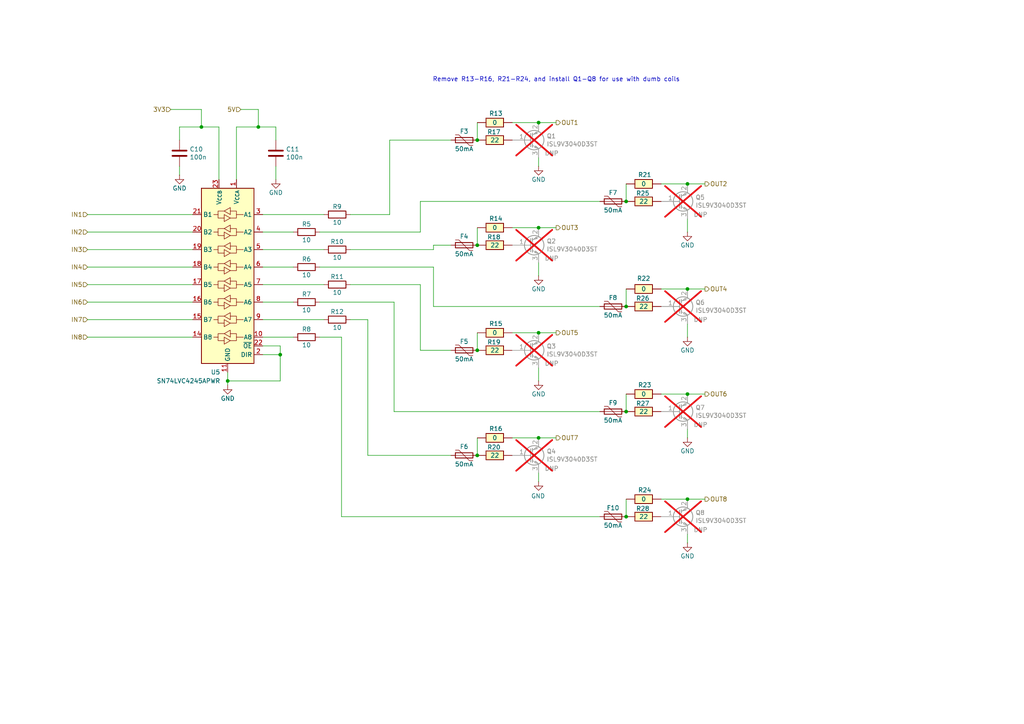
<source format=kicad_sch>
(kicad_sch (version 20250114) (generator "eeschema") (generator_version "9.0")
  (paper "A4")
  (title_block (title "UAEFI") (date "2025-04-30") (rev "E") (company "rusEFI.com"))
  (lib_symbols
    (symbol "Components:SN74LVC4245APWR"
      (property "Reference" "U" (at -6.35 27.94 0))
      (property "Value" "SN74LVC4245APWR" (at 3.81 27.94 0))
      (symbol "SN74LVC4245APWR_0_1"
        (rectangle (start -7.62 25.4) (end 7.62 -25.4) (stroke (width 0.254)) (fill (type background)))
        (polyline (pts (xy -2.54 17.78) (xy -2.54 18.796) (xy -0.762 18.796)))
        (polyline (pts (xy -2.54 7.62) (xy -2.54 8.636) (xy -0.762 8.636)))
        (polyline (pts (xy -2.54 -2.54) (xy -2.54 -1.524) (xy -0.762 -1.524)))
        (polyline (pts (xy -2.54 -12.7) (xy -2.54 -11.684) (xy -0.762 -11.684)))
        (polyline (pts (xy -0.762 17.78) (xy -0.762 19.812) (xy 1.016 18.796) (xy -0.762 17.78)))
        (polyline (pts (xy -0.762 16.764) (xy -2.54 16.764) (xy -2.54 17.78) (xy -4.572 17.78)))
        (polyline (pts (xy -0.762 7.62) (xy -0.762 9.652) (xy 1.016 8.636) (xy -0.762 7.62)))
        (polyline (pts (xy -0.762 6.604) (xy -2.54 6.604) (xy -2.54 7.62) (xy -4.572 7.62)))
        (polyline (pts (xy -0.762 -2.54) (xy -0.762 -0.508) (xy 1.016 -1.524) (xy -0.762 -2.54)))
        (polyline (pts (xy -0.762 -3.556) (xy -2.54 -3.556) (xy -2.54 -2.54) (xy -4.572 -2.54)))
        (polyline (pts (xy -0.762 -12.7) (xy -0.762 -10.668) (xy 1.016 -11.684) (xy -0.762 -12.7)))
        (polyline (pts (xy -0.762 -13.716) (xy -2.54 -13.716) (xy -2.54 -12.7) (xy -4.572 -12.7)))
        (polyline (pts (xy 1.016 18.796) (xy 2.794 18.796) (xy 2.794 17.78) (xy 4.064 17.78)))
        (polyline (pts (xy 1.016 17.78) (xy 1.016 16.002) (xy 1.016 15.748) (xy -0.762 16.764) (xy 1.016 17.78)))
        (polyline (pts (xy 1.016 8.636) (xy 2.794 8.636) (xy 2.794 7.62) (xy 4.064 7.62)))
        (polyline (pts (xy 1.016 7.62) (xy 1.016 5.842) (xy 1.016 5.588) (xy -0.762 6.604) (xy 1.016 7.62)))
        (polyline (pts (xy 1.016 2.54) (xy 1.016 0.762) (xy 1.016 0.508) (xy -0.762 1.524) (xy 1.016 2.54)))
        (polyline (pts (xy 1.016 -1.524) (xy 2.794 -1.524) (xy 2.794 -2.54) (xy 4.064 -2.54)))
        (polyline (pts (xy 1.016 -2.54) (xy 1.016 -4.318) (xy 1.016 -4.572) (xy -0.762 -3.556) (xy 1.016 -2.54)))
        (polyline (pts (xy 1.016 -11.684) (xy 2.794 -11.684) (xy 2.794 -12.7) (xy 4.064 -12.7)))
        (polyline (pts (xy 1.016 -12.7) (xy 1.016 -14.478) (xy 1.016 -14.732) (xy -0.762 -13.716) (xy 1.016 -12.7)))
        (polyline (pts (xy 1.016 -17.78) (xy 1.016 -19.558) (xy 1.016 -19.812) (xy -0.762 -18.796) (xy 1.016 -17.78)))
        (polyline (pts (xy 2.794 17.78) (xy 2.794 16.764) (xy 1.016 16.764)))
        (polyline (pts (xy 2.794 7.62) (xy 2.794 6.604) (xy 1.016 6.604)))
        (polyline (pts (xy 2.794 -2.54) (xy 2.794 -3.556) (xy 1.016 -3.556)))
        (polyline (pts (xy 2.794 -12.7) (xy 2.794 -13.716) (xy 1.016 -13.716)))
      )
      (symbol "SN74LVC4245APWR_1_1"
        (polyline (pts (xy -2.54 12.7) (xy -2.54 13.716) (xy -0.762 13.716)))
        (polyline (pts (xy -2.54 2.54) (xy -2.54 3.556) (xy -0.762 3.556)))
        (polyline (pts (xy -2.54 -7.62) (xy -2.54 -6.604) (xy -0.762 -6.604)))
        (polyline (pts (xy -2.54 -17.78) (xy -2.54 -16.764) (xy -0.762 -16.764)))
        (polyline (pts (xy -0.762 12.7) (xy -0.762 14.732) (xy 1.016 13.716) (xy -0.762 12.7)))
        (polyline (pts (xy -0.762 11.684) (xy -2.54 11.684) (xy -2.54 12.7) (xy -4.572 12.7)))
        (polyline (pts (xy -0.762 2.54) (xy -0.762 4.572) (xy 1.016 3.556) (xy -0.762 2.54)))
        (polyline (pts (xy -0.762 1.524) (xy -2.54 1.524) (xy -2.54 2.54) (xy -4.572 2.54)))
        (polyline (pts (xy -0.762 -7.62) (xy -0.762 -5.588) (xy 1.016 -6.604) (xy -0.762 -7.62)))
        (polyline (pts (xy -0.762 -8.636) (xy -2.54 -8.636) (xy -2.54 -7.62) (xy -4.572 -7.62)))
        (polyline (pts (xy -0.762 -17.78) (xy -0.762 -15.748) (xy 1.016 -16.764) (xy -0.762 -17.78)))
        (polyline (pts (xy -0.762 -18.796) (xy -2.54 -18.796) (xy -2.54 -17.78) (xy -4.572 -17.78)))
        (polyline (pts (xy 1.016 13.716) (xy 2.794 13.716) (xy 2.794 12.7) (xy 4.064 12.7)))
        (polyline (pts (xy 1.016 12.7) (xy 1.016 10.922) (xy 1.016 10.668) (xy -0.762 11.684) (xy 1.016 12.7)))
        (polyline (pts (xy 1.016 3.556) (xy 2.794 3.556) (xy 2.794 2.54) (xy 4.064 2.54)))
        (polyline (pts (xy 1.016 -6.604) (xy 2.794 -6.604) (xy 2.794 -7.62) (xy 4.064 -7.62)))
        (polyline (pts (xy 1.016 -7.62) (xy 1.016 -9.398) (xy 1.016 -9.652) (xy -0.762 -8.636) (xy 1.016 -7.62)))
        (polyline (pts (xy 1.016 -16.764) (xy 2.794 -16.764) (xy 2.794 -17.78) (xy 4.064 -17.78)))
        (polyline (pts (xy 2.794 12.7) (xy 2.794 11.684) (xy 1.016 11.684)))
        (polyline (pts (xy 2.794 2.54) (xy 2.794 1.524) (xy 1.016 1.524)))
        (polyline (pts (xy 2.794 -7.62) (xy 2.794 -8.636) (xy 1.016 -8.636)))
        (polyline (pts (xy 2.794 -17.78) (xy 2.794 -18.796) (xy 1.016 -18.796)))
        (pin bidirectional line (at -10.16 17.78 0) (length 2.54) (name "A1") (number "3"))
        (pin bidirectional line (at -10.16 12.7 0) (length 2.54) (name "A2") (number "4"))
        (pin bidirectional line (at -10.16 7.62 0) (length 2.54) (name "A3") (number "5"))
        (pin bidirectional line (at -10.16 2.54 0) (length 2.54) (name "A4") (number "6"))
        (pin bidirectional line (at -10.16 -2.54 0) (length 2.54) (name "A5") (number "7"))
        (pin bidirectional line (at -10.16 -7.62 0) (length 2.54) (name "A6") (number "8"))
        (pin bidirectional line (at -10.16 -12.7 0) (length 2.54) (name "A7") (number "9"))
        (pin bidirectional line (at -10.16 -17.78 0) (length 2.54) (name "A8") (number "10"))
        (pin input line (at -10.16 -20.32 0) (length 2.54) (name "~{OE}") (number "22"))
        (pin input line (at -10.16 -22.86 0) (length 2.54) (name "DIR") (number "2"))
        (pin power_in line (at -2.54 27.94 270) (length 2.54) (name "V_{CCA}") (number "1"))
        (pin power_in line (at 0 -27.94 90) (length 2.54) (name "GND") (number "11"))
        (pin passive line (at 0 -27.94 90) (length 2.54) (hide yes) (name "GND") (number "12"))
        (pin passive line (at 0 -27.94 90) (length 2.54) (hide yes) (name "GND") (number "13"))
        (pin power_in line (at 2.54 27.94 270) (length 2.54) (name "V_{CCB}") (number "23"))
        (pin passive line (at 2.54 27.94 270) (length 2.54) (hide yes) (name "V_{CCB}") (number "24"))
        (pin bidirectional line (at 10.16 17.78 180) (length 2.54) (name "B1") (number "21"))
        (pin bidirectional line (at 10.16 12.7 180) (length 2.54) (name "B2") (number "20"))
        (pin bidirectional line (at 10.16 7.62 180) (length 2.54) (name "B3") (number "19"))
        (pin bidirectional line (at 10.16 2.54 180) (length 2.54) (name "B4") (number "18"))
        (pin bidirectional line (at 10.16 -2.54 180) (length 2.54) (name "B5") (number "17"))
        (pin bidirectional line (at 10.16 -7.62 180) (length 2.54) (name "B6") (number "16"))
        (pin bidirectional line (at 10.16 -12.7 180) (length 2.54) (name "B7") (number "15"))
        (pin bidirectional line (at 10.16 -17.78 180) (length 2.54) (name "B8") (number "14"))
      )
    )
    (symbol "Device:C" (pin_numbers (hide yes)) (pin_names (offset 0.254))
      (property "Reference" "C" (at 0.635 2.54 0))
      (property "Value" "C" (at 0.635 -2.54 0))
      (symbol "C_0_1"
        (polyline (pts (xy -2.032 0.762) (xy 2.032 0.762)) (stroke (width 0.508)))
        (polyline (pts (xy -2.032 -0.762) (xy 2.032 -0.762)) (stroke (width 0.508)))
      )
      (symbol "C_1_1"
        (pin passive line (at 0 3.81 270) (length 2.794) (name "~") (number "1"))
        (pin passive line (at 0 -3.81 90) (length 2.794) (name "~") (number "2"))
      )
    )
    (symbol "Device:Polyfuse" (pin_numbers (hide yes)) (pin_names (offset 0))
      (property "Reference" "F" (at -2.54 0 90))
      (property "Value" "Polyfuse" (at 2.54 0 90))
      (symbol "Polyfuse_0_1"
        (polyline (pts (xy -1.524 2.54) (xy -1.524 1.524) (xy 1.524 -1.524) (xy 1.524 -2.54)))
        (rectangle (start -0.762 2.54) (end 0.762 -2.54) (stroke (width 0.254)))
        (polyline (pts (xy 0 2.54) (xy 0 -2.54)))
      )
      (symbol "Polyfuse_1_1"
        (pin passive line (at 0 3.81 270) (length 1.27) (name "~") (number "1"))
        (pin passive line (at 0 -3.81 90) (length 1.27) (name "~") (number "2"))
      )
    )
    (symbol "Device:Q_NIGBT_GCE" (pin_names (offset 0) (hide yes))
      (property "Reference" "Q" (at 5.08 1.27 0))
      (property "Value" "Q_NIGBT_GCE" (at 5.08 -1.27 0))
      (symbol "Q_NIGBT_GCE_0_1"
        (polyline (pts (xy 0.254 1.905) (xy 0.254 -1.905) (xy 0.254 -1.905)) (stroke (width 0.254)))
        (polyline (pts (xy 0.762 2.032) (xy 0.762 1.016)) (stroke (width 0.254)))
        (polyline (pts (xy 0.762 0.508) (xy 0.762 -0.508)) (stroke (width 0.254)))
        (polyline (pts (xy 0.762 -1.016) (xy 0.762 -2.032)) (stroke (width 0.254)))
        (circle (center 1.27 0) (radius 2.8194) (stroke (width 0.254)))
        (polyline (pts (xy 1.397 -2.159) (xy 1.651 -1.651) (xy 2.54 -2.413) (xy 1.397 -2.159)) (fill (type outline)))
        (polyline (pts (xy 2.159 1.905) (xy 1.905 2.413) (xy 1.016 1.651) (xy 2.159 1.905)) (fill (type outline)))
        (polyline (pts (xy 2.54 2.413) (xy 0.762 1.524)))
        (polyline (pts (xy 2.54 -0.889) (xy 0.762 0)))
        (polyline (pts (xy 2.54 -2.413) (xy 0.762 -1.524)))
      )
      (symbol "Q_NIGBT_GCE_1_1"
        (pin input line (at -5.08 0 0) (length 5.334) (name "G") (number "1"))
        (pin passive line (at 2.54 5.08 270) (length 2.54) (name "C") (number "2"))
        (pin passive line (at 2.54 -5.08 90) (length 2.54) (name "E") (number "3"))
      )
    )
    (symbol "Device:R" (pin_numbers (hide yes)) (pin_names (offset 0))
      (property "Reference" "R" (at 2.032 0 90))
      (property "Value" "R" (at 0 0 90))
      (symbol "R_0_1"
        (rectangle (start -1.016 -2.54) (end 1.016 2.54) (stroke (width 0.254)))
      )
      (symbol "R_1_1"
        (pin passive line (at 0 3.81 270) (length 1.27) (name "~") (number "1"))
        (pin passive line (at 0 -3.81 90) (length 1.27) (name "~") (number "2"))
      )
    )
    (symbol "hellen-one-common:Res" (pin_numbers (hide yes))
      (property "Reference" "R" (at 3.81 2.54 0))
      (property "Value" "Res" (at 5.08 -2.54 0))
      (symbol "Res_1_0"
        (rectangle (start 2.54 -1.27) (end 7.62 1.27) (stroke (width 0.254)) (fill (type background)))
        (pin passive line (at 0 0 0) (length 2.54) (name "") (number "1"))
        (pin passive line (at 10.16 0 180) (length 2.54) (name "") (number "2"))
      )
    )
    (symbol "power:GND" (power) (pin_numbers (hide yes)) (pin_names (offset 0) (hide yes))
      (property "Value" "GND" (at 0 -3.81 0))
      (symbol "GND_0_1"
        (polyline (pts (xy 0 0) (xy 0 -1.27) (xy 1.27 -1.27) (xy 0 -2.54) (xy -1.27 -1.27) (xy 0 -1.27)))
      )
      (symbol "GND_1_1"
        (pin power_in line (at 0 0 270) (length 0) (name "~") (number "1"))
      )
    )
  )
  (text "Remove R13-R16, R21-R24, and install Q1-Q8 for use with dumb coils" (at 125.476 23.876 0) (effects (font (size 1.27 1.27)) (justify left bottom)))
  (junction (at 199.39 83.82))
  (junction (at 156.21 66.04))
  (junction (at 199.39 144.78))
  (junction (at 58.42 36.83))
  (junction (at 181.61 149.86))
  (junction (at 156.21 127))
  (junction (at 138.43 71.12))
  (junction (at 181.61 119.38))
  (junction (at 74.93 36.83))
  (junction (at 138.43 101.6))
  (junction (at 181.61 88.9))
  (junction (at 199.39 114.3))
  (junction (at 199.39 53.34))
  (junction (at 138.43 40.64))
  (junction (at 66.04 110.49))
  (junction (at 81.28 102.87))
  (junction (at 138.43 132.08))
  (junction (at 181.61 58.42))
  (junction (at 156.21 35.56))
  (junction (at 156.21 96.52))
  (wire (pts (xy 199.39 93.98) (xy 199.39 97.79)))
  (wire (pts (xy 114.3 119.38) (xy 114.3 87.63)))
  (wire (pts (xy 156.21 137.16) (xy 156.21 139.7)))
  (wire (pts (xy 130.81 132.08) (xy 106.68 132.08)))
  (wire (pts (xy 74.93 36.83) (xy 80.01 36.83)))
  (wire (pts (xy 173.99 88.9) (xy 125.73 88.9)))
  (wire (pts (xy 125.73 71.12) (xy 130.81 71.12)))
  (wire (pts (xy 204.47 53.34) (xy 199.39 53.34)))
  (wire (pts (xy 199.39 53.34) (xy 191.77 53.34)))
  (wire (pts (xy 156.21 106.68) (xy 156.21 110.49)))
  (wire (pts (xy 138.43 96.52) (xy 138.43 101.6)))
  (wire (pts (xy 92.71 97.79) (xy 99.06 97.79)))
  (wire (pts (xy 25.4 97.79) (xy 55.88 97.79)))
  (wire (pts (xy 76.2 102.87) (xy 81.28 102.87)))
  (wire (pts (xy 25.4 87.63) (xy 55.88 87.63)))
  (wire (pts (xy 25.4 82.55) (xy 55.88 82.55)))
  (wire (pts (xy 113.03 62.23) (xy 113.03 40.64)))
  (wire (pts (xy 199.39 154.94) (xy 199.39 157.48)))
  (wire (pts (xy 92.71 67.31) (xy 121.92 67.31)))
  (wire (pts (xy 161.29 127) (xy 156.21 127)))
  (wire (pts (xy 25.4 67.31) (xy 55.88 67.31)))
  (wire (pts (xy 106.68 132.08) (xy 106.68 92.71)))
  (wire (pts (xy 80.01 48.26) (xy 80.01 52.07)))
  (wire (pts (xy 58.42 31.75) (xy 58.42 36.83)))
  (wire (pts (xy 76.2 62.23) (xy 93.98 62.23)))
  (wire (pts (xy 99.06 97.79) (xy 99.06 149.86)))
  (wire (pts (xy 25.4 92.71) (xy 55.88 92.71)))
  (wire (pts (xy 156.21 76.2) (xy 156.21 80.01)))
  (wire (pts (xy 74.93 31.75) (xy 74.93 36.83)))
  (wire (pts (xy 52.07 48.26) (xy 52.07 50.8)))
  (wire (pts (xy 199.39 114.3) (xy 191.77 114.3)))
  (wire (pts (xy 161.29 35.56) (xy 156.21 35.56)))
  (wire (pts (xy 101.6 72.39) (xy 125.73 72.39)))
  (wire (pts (xy 68.58 36.83) (xy 74.93 36.83)))
  (wire (pts (xy 25.4 72.39) (xy 55.88 72.39)))
  (wire (pts (xy 156.21 127) (xy 148.59 127)))
  (wire (pts (xy 58.42 36.83) (xy 52.07 36.83)))
  (wire (pts (xy 25.4 62.23) (xy 55.88 62.23)))
  (wire (pts (xy 106.68 92.71) (xy 101.6 92.71)))
  (wire (pts (xy 113.03 40.64) (xy 130.81 40.64)))
  (wire (pts (xy 63.5 52.07) (xy 63.5 36.83)))
  (wire (pts (xy 81.28 102.87) (xy 81.28 110.49)))
  (wire (pts (xy 161.29 66.04) (xy 156.21 66.04)))
  (wire (pts (xy 52.07 36.83) (xy 52.07 40.64)))
  (wire (pts (xy 204.47 83.82) (xy 199.39 83.82)))
  (wire (pts (xy 138.43 127) (xy 138.43 132.08)))
  (wire (pts (xy 85.09 87.63) (xy 76.2 87.63)))
  (wire (pts (xy 114.3 87.63) (xy 92.71 87.63)))
  (wire (pts (xy 138.43 66.04) (xy 138.43 71.12)))
  (wire (pts (xy 156.21 66.04) (xy 148.59 66.04)))
  (wire (pts (xy 181.61 144.78) (xy 181.61 149.86)))
  (wire (pts (xy 101.6 82.55) (xy 121.92 82.55)))
  (wire (pts (xy 68.58 52.07) (xy 68.58 36.83)))
  (wire (pts (xy 49.53 31.75) (xy 58.42 31.75)))
  (wire (pts (xy 199.39 63.5) (xy 199.39 67.31)))
  (wire (pts (xy 80.01 36.83) (xy 80.01 40.64)))
  (wire (pts (xy 199.39 124.46) (xy 199.39 127)))
  (wire (pts (xy 81.28 100.33) (xy 81.28 102.87)))
  (wire (pts (xy 81.28 110.49) (xy 66.04 110.49)))
  (wire (pts (xy 156.21 96.52) (xy 148.59 96.52)))
  (wire (pts (xy 204.47 144.78) (xy 199.39 144.78)))
  (wire (pts (xy 99.06 149.86) (xy 173.99 149.86)))
  (wire (pts (xy 156.21 35.56) (xy 148.59 35.56)))
  (wire (pts (xy 66.04 107.95) (xy 66.04 110.49)))
  (wire (pts (xy 76.2 82.55) (xy 93.98 82.55)))
  (wire (pts (xy 66.04 110.49) (xy 66.04 111.76)))
  (wire (pts (xy 125.73 88.9) (xy 125.73 77.47)))
  (wire (pts (xy 85.09 77.47) (xy 76.2 77.47)))
  (wire (pts (xy 199.39 83.82) (xy 191.77 83.82)))
  (wire (pts (xy 121.92 58.42) (xy 173.99 58.42)))
  (wire (pts (xy 76.2 100.33) (xy 81.28 100.33)))
  (wire (pts (xy 76.2 97.79) (xy 85.09 97.79)))
  (wire (pts (xy 121.92 101.6) (xy 130.81 101.6)))
  (wire (pts (xy 138.43 35.56) (xy 138.43 40.64)))
  (wire (pts (xy 76.2 67.31) (xy 85.09 67.31)))
  (wire (pts (xy 101.6 62.23) (xy 113.03 62.23)))
  (wire (pts (xy 25.4 77.47) (xy 55.88 77.47)))
  (wire (pts (xy 199.39 144.78) (xy 191.77 144.78)))
  (wire (pts (xy 181.61 83.82) (xy 181.61 88.9)))
  (wire (pts (xy 69.85 31.75) (xy 74.93 31.75)))
  (wire (pts (xy 125.73 72.39) (xy 125.73 71.12)))
  (wire (pts (xy 173.99 119.38) (xy 114.3 119.38)))
  (wire (pts (xy 121.92 67.31) (xy 121.92 58.42)))
  (wire (pts (xy 161.29 96.52) (xy 156.21 96.52)))
  (wire (pts (xy 125.73 77.47) (xy 92.71 77.47)))
  (wire (pts (xy 63.5 36.83) (xy 58.42 36.83)))
  (wire (pts (xy 121.92 82.55) (xy 121.92 101.6)))
  (wire (pts (xy 181.61 53.34) (xy 181.61 58.42)))
  (wire (pts (xy 76.2 72.39) (xy 93.98 72.39)))
  (wire (pts (xy 181.61 114.3) (xy 181.61 119.38)))
  (wire (pts (xy 204.47 114.3) (xy 199.39 114.3)))
  (wire (pts (xy 93.98 92.71) (xy 76.2 92.71)))
  (wire (pts (xy 156.21 45.72) (xy 156.21 48.26)))
  (hierarchical_label "IN6" (shape input) (at 25.4 87.63 180))
  (hierarchical_label "OUT8" (shape output) (at 204.47 144.78 0))
  (hierarchical_label "OUT5" (shape output) (at 161.29 96.52 0))
  (hierarchical_label "IN8" (shape input) (at 25.4 97.79 180))
  (hierarchical_label "IN5" (shape input) (at 25.4 82.55 180))
  (hierarchical_label "IN4" (shape input) (at 25.4 77.47 180))
  (hierarchical_label "OUT3" (shape output) (at 161.29 66.04 0))
  (hierarchical_label "3V3" (shape input) (at 49.53 31.75 180))
  (hierarchical_label "OUT2" (shape output) (at 204.47 53.34 0))
  (hierarchical_label "OUT1" (shape output) (at 161.29 35.56 0))
  (hierarchical_label "OUT6" (shape output) (at 204.47 114.3 0))
  (hierarchical_label "OUT4" (shape output) (at 204.47 83.82 0))
  (hierarchical_label "IN3" (shape input) (at 25.4 72.39 180))
  (hierarchical_label "OUT7" (shape output) (at 161.29 127 0))
  (hierarchical_label "IN7" (shape input) (at 25.4 92.71 180))
  (hierarchical_label "5V" (shape input) (at 69.85 31.75 180))
  (hierarchical_label "IN2" (shape input) (at 25.4 67.31 180))
  (hierarchical_label "IN1" (shape input) (at 25.4 62.23 180))
  (symbol (lib_id "Device:Q_NIGBT_GCE") (at 196.85 119.38 0) (unit 1) (dnp yes)
    (property "Reference" "Q7" (at 201.7014 118.2116 0) (effects (justify left)))
    (property "Value" "ISL9V3040D3ST" (at 201.7014 120.523 0) (effects (justify left)))
    (property "Footprint" "Package_TO_SOT_SMD:TO-252-2" (effects (hide yes)))
    (property "MyComment" "DNP" (at 203.2 123.19 0))
  )
  (symbol (lib_id "Device:Polyfuse") (at 134.62 71.12 270) (mirror x) (unit 1)
    (property "Reference" "F4" (at 134.62 68.58 90))
    (property "Value" "50mA" (at 134.62 73.66 90))
    (property "Footprint" "Fuse:Fuse_0603_1608Metric" (effects (hide yes)))
    (property "LCSC" "C369141" (effects (hide yes)))
  )
  (symbol (lib_id "power:GND") (at 66.04 111.76 0) (mirror y) (unit 1)
    (property "Reference" "#PWR053" (effects (hide yes)))
    (property "Value" "GND" (at 66.04 115.57 0))
    (property "Description" "Power symbol creates a global label with name \"GND\" , ground" (effects (hide yes)))
  )
  (symbol (lib_id "Device:R") (at 88.9 67.31 90) (unit 1)
    (property "Reference" "R5" (at 88.9 65.024 90))
    (property "Value" "10" (at 88.9 69.596 90))
    (property "Footprint" "Resistor_SMD:R_0402_1005Metric" (effects (hide yes)))
    (property "Description" "Resistor" (effects (hide yes)))
    (property "LCSC" "C25077" (effects (hide yes)))
  )
  (symbol (lib_id "hellen-one-common:Res") (at 191.77 149.86 180) (unit 1)
    (property "Reference" "R28" (at 186.448 147.5118 0))
    (property "Value" "22" (at 186.69 149.86 0))
    (property "Footprint" "hellen-one-common:R0603" (effects (hide yes)))
    (property "LCSC" "C23345" (effects (hide yes)))
  )
  (symbol (lib_id "hellen-one-common:Res") (at 138.43 66.04 0) (unit 1)
    (property "Reference" "R14" (at 143.8304 63.3953 0))
    (property "Value" "0" (at 143.51 66.04 0))
    (property "Footprint" "Resistor_SMD:R_1206_3216Metric" (effects (hide yes)))
    (property "LCSC" "C17888" (effects (hide yes)))
  )
  (symbol (lib_id "Device:Q_NIGBT_GCE") (at 196.85 58.42 0) (unit 1) (dnp yes)
    (property "Reference" "Q5" (at 201.7014 57.2516 0) (effects (justify left)))
    (property "Value" "ISL9V3040D3ST" (at 201.7014 59.563 0) (effects (justify left)))
    (property "Footprint" "Package_TO_SOT_SMD:TO-252-2" (effects (hide yes)))
    (property "MyComment" "DNP" (at 203.2 62.23 0))
  )
  (symbol (lib_id "Device:R") (at 88.9 77.47 90) (unit 1)
    (property "Reference" "R6" (at 88.9 75.184 90))
    (property "Value" "10" (at 88.9 79.756 90))
    (property "Footprint" "Resistor_SMD:R_0402_1005Metric" (effects (hide yes)))
    (property "Description" "Resistor" (effects (hide yes)))
    (property "LCSC" "C25077" (effects (hide yes)))
  )
  (symbol (lib_id "Device:Polyfuse") (at 177.8 58.42 270) (mirror x) (unit 1)
    (property "Reference" "F7" (at 177.8 55.88 90))
    (property "Value" "50mA" (at 177.8 60.96 90))
    (property "Footprint" "Fuse:Fuse_0603_1608Metric" (effects (hide yes)))
    (property "LCSC" "C369141" (effects (hide yes)))
  )
  (symbol (lib_id "hellen-one-common:Res") (at 148.59 132.08 180) (unit 1)
    (property "Reference" "R20" (at 143.268 129.7318 0))
    (property "Value" "22" (at 143.51 132.08 0))
    (property "Footprint" "hellen-one-common:R0603" (effects (hide yes)))
    (property "LCSC" "C23345" (effects (hide yes)))
  )
  (symbol (lib_id "power:GND") (at 199.39 127 0) (mirror y) (unit 1)
    (property "Reference" "#PWR061" (effects (hide yes)))
    (property "Value" "GND" (at 199.39 130.81 0))
    (property "Description" "Power symbol creates a global label with name \"GND\" , ground" (effects (hide yes)))
  )
  (symbol (lib_id "Device:Polyfuse") (at 177.8 88.9 270) (mirror x) (unit 1)
    (property "Reference" "F8" (at 177.8 86.36 90))
    (property "Value" "50mA" (at 177.8 91.44 90))
    (property "Footprint" "Fuse:Fuse_0603_1608Metric" (effects (hide yes)))
    (property "LCSC" "C369141" (effects (hide yes)))
  )
  (symbol (lib_id "Device:Q_NIGBT_GCE") (at 196.85 149.86 0) (unit 1) (dnp yes)
    (property "Reference" "Q8" (at 201.7014 148.6916 0) (effects (justify left)))
    (property "Value" "ISL9V3040D3ST" (at 201.7014 151.003 0) (effects (justify left)))
    (property "Footprint" "Package_TO_SOT_SMD:TO-252-2" (effects (hide yes)))
    (property "MyComment" "DNP" (at 203.2 153.67 0))
  )
  (symbol (lib_id "hellen-one-common:Res") (at 148.59 71.12 180) (unit 1)
    (property "Reference" "R18" (at 143.268 68.7718 0))
    (property "Value" "22" (at 143.51 71.12 0))
    (property "Footprint" "hellen-one-common:R0603" (effects (hide yes)))
    (property "LCSC" "C23345" (effects (hide yes)))
  )
  (symbol (lib_id "Device:Q_NIGBT_GCE") (at 153.67 40.64 0) (unit 1) (dnp yes)
    (property "Reference" "Q1" (at 158.5214 39.4716 0) (effects (justify left)))
    (property "Value" "ISL9V3040D3ST" (at 158.5214 41.783 0) (effects (justify left)))
    (property "Footprint" "Package_TO_SOT_SMD:TO-252-2" (effects (hide yes)))
    (property "MyComment" "DNP" (at 160.02 44.45 0))
  )
  (symbol (lib_id "power:GND") (at 156.21 80.01 0) (mirror y) (unit 1)
    (property "Reference" "#PWR056" (effects (hide yes)))
    (property "Value" "GND" (at 156.21 83.82 0))
    (property "Description" "Power symbol creates a global label with name \"GND\" , ground" (effects (hide yes)))
  )
  (symbol (lib_id "Device:R") (at 88.9 87.63 90) (unit 1)
    (property "Reference" "R7" (at 88.9 85.344 90))
    (property "Value" "10" (at 88.9 89.916 90))
    (property "Footprint" "Resistor_SMD:R_0402_1005Metric" (effects (hide yes)))
    (property "Description" "Resistor" (effects (hide yes)))
    (property "LCSC" "C25077" (effects (hide yes)))
  )
  (symbol (lib_id "Device:Q_NIGBT_GCE") (at 153.67 132.08 0) (unit 1) (dnp yes)
    (property "Reference" "Q4" (at 158.5214 130.9116 0) (effects (justify left)))
    (property "Value" "ISL9V3040D3ST" (at 158.5214 133.223 0) (effects (justify left)))
    (property "Footprint" "Package_TO_SOT_SMD:TO-252-2" (effects (hide yes)))
    (property "MyComment" "DNP" (at 160.02 135.89 0))
  )
  (symbol (lib_id "power:GND") (at 199.39 157.48 0) (mirror y) (unit 1)
    (property "Reference" "#PWR062" (effects (hide yes)))
    (property "Value" "GND" (at 199.39 161.29 0))
    (property "Description" "Power symbol creates a global label with name \"GND\" , ground" (effects (hide yes)))
  )
  (symbol (lib_id "Device:Polyfuse") (at 177.8 149.86 270) (mirror x) (unit 1)
    (property "Reference" "F10" (at 177.8 147.32 90))
    (property "Value" "50mA" (at 177.8 152.4 90))
    (property "Footprint" "Fuse:Fuse_0603_1608Metric" (effects (hide yes)))
    (property "LCSC" "C369141" (effects (hide yes)))
  )
  (symbol (lib_id "Device:Q_NIGBT_GCE") (at 153.67 101.6 0) (unit 1) (dnp yes)
    (property "Reference" "Q3" (at 158.5214 100.4316 0) (effects (justify left)))
    (property "Value" "ISL9V3040D3ST" (at 158.5214 102.743 0) (effects (justify left)))
    (property "Footprint" "Package_TO_SOT_SMD:TO-252-2" (effects (hide yes)))
    (property "MyComment" "DNP" (at 160.02 105.41 0))
  )
  (symbol (lib_id "Device:R") (at 88.9 97.79 90) (unit 1)
    (property "Reference" "R8" (at 88.9 95.504 90))
    (property "Value" "10" (at 88.9 100.076 90))
    (property "Footprint" "Resistor_SMD:R_0402_1005Metric" (effects (hide yes)))
    (property "Description" "Resistor" (effects (hide yes)))
    (property "LCSC" "C25077" (effects (hide yes)))
  )
  (symbol (lib_id "hellen-one-common:Res") (at 191.77 58.42 180) (unit 1)
    (property "Reference" "R25" (at 186.448 56.0718 0))
    (property "Value" "22" (at 186.69 58.42 0))
    (property "Footprint" "hellen-one-common:R0603" (effects (hide yes)))
    (property "LCSC" "C23345" (effects (hide yes)))
  )
  (symbol (lib_id "Device:C") (at 52.07 44.45 0) (unit 1)
    (property "Reference" "C10" (at 54.991 43.2816 0) (effects (justify left)))
    (property "Value" "100n" (at 54.991 45.593 0) (effects (justify left)))
    (property "Footprint" "Capacitor_SMD:C_0402_1005Metric" (effects (hide yes)))
    (property "LCSC" "C1525" (effects (hide yes)))
  )
  (symbol (lib_id "hellen-one-common:Res") (at 148.59 40.64 180) (unit 1)
    (property "Reference" "R17" (at 143.268 38.2918 0))
    (property "Value" "22" (at 143.51 40.64 0))
    (property "Footprint" "hellen-one-common:R0603" (effects (hide yes)))
    (property "LCSC" "C23345" (effects (hide yes)))
  )
  (symbol (lib_id "Device:Polyfuse") (at 134.62 132.08 270) (mirror x) (unit 1)
    (property "Reference" "F6" (at 134.62 129.54 90))
    (property "Value" "50mA" (at 134.62 134.62 90))
    (property "Footprint" "Fuse:Fuse_0603_1608Metric" (effects (hide yes)))
    (property "LCSC" "C369141" (effects (hide yes)))
  )
  (symbol (lib_id "hellen-one-common:Res") (at 181.61 53.34 0) (unit 1)
    (property "Reference" "R21" (at 187.0104 50.6953 0))
    (property "Value" "0" (at 186.69 53.34 0))
    (property "Footprint" "Resistor_SMD:R_1206_3216Metric" (effects (hide yes)))
    (property "LCSC" "C17888" (effects (hide yes)))
  )
  (symbol (lib_id "hellen-one-common:Res") (at 138.43 96.52 0) (unit 1)
    (property "Reference" "R15" (at 143.8304 93.8753 0))
    (property "Value" "0" (at 143.51 96.52 0))
    (property "Footprint" "Resistor_SMD:R_1206_3216Metric" (effects (hide yes)))
    (property "LCSC" "C17888" (effects (hide yes)))
  )
  (symbol (lib_id "Device:Q_NIGBT_GCE") (at 153.67 71.12 0) (unit 1) (dnp yes)
    (property "Reference" "Q2" (at 158.5214 69.9516 0) (effects (justify left)))
    (property "Value" "ISL9V3040D3ST" (at 158.5214 72.263 0) (effects (justify left)))
    (property "Footprint" "Package_TO_SOT_SMD:TO-252-2" (effects (hide yes)))
    (property "MyComment" "DNP" (at 160.02 74.93 0))
  )
  (symbol (lib_id "power:GND") (at 52.07 50.8 0) (mirror y) (unit 1)
    (property "Reference" "#PWR052" (effects (hide yes)))
    (property "Value" "GND" (at 52.07 54.61 0))
    (property "Description" "Power symbol creates a global label with name \"GND\" , ground" (effects (hide yes)))
  )
  (symbol (lib_id "hellen-one-common:Res") (at 148.59 101.6 180) (unit 1)
    (property "Reference" "R19" (at 143.268 99.2518 0))
    (property "Value" "22" (at 143.51 101.6 0))
    (property "Footprint" "hellen-one-common:R0603" (effects (hide yes)))
    (property "LCSC" "C23345" (effects (hide yes)))
  )
  (symbol (lib_id "hellen-one-common:Res") (at 181.61 114.3 0) (unit 1)
    (property "Reference" "R23" (at 187.0104 111.6553 0))
    (property "Value" "0" (at 186.69 114.3 0))
    (property "Footprint" "Resistor_SMD:R_1206_3216Metric" (effects (hide yes)))
    (property "LCSC" "C17888" (effects (hide yes)))
  )
  (symbol (lib_id "power:GND") (at 199.39 67.31 0) (mirror y) (unit 1)
    (property "Reference" "#PWR059" (effects (hide yes)))
    (property "Value" "GND" (at 199.39 71.12 0))
    (property "Description" "Power symbol creates a global label with name \"GND\" , ground" (effects (hide yes)))
  )
  (symbol (lib_id "power:GND") (at 156.21 48.26 0) (mirror y) (unit 1)
    (property "Reference" "#PWR055" (effects (hide yes)))
    (property "Value" "GND" (at 156.21 52.07 0))
    (property "Description" "Power symbol creates a global label with name \"GND\" , ground" (effects (hide yes)))
  )
  (symbol (lib_id "power:GND") (at 156.21 110.49 0) (mirror y) (unit 1)
    (property "Reference" "#PWR057" (effects (hide yes)))
    (property "Value" "GND" (at 156.21 114.3 0))
    (property "Description" "Power symbol creates a global label with name \"GND\" , ground" (effects (hide yes)))
  )
  (symbol (lib_id "Components:SN74LVC4245APWR") (at 66.04 80.01 0) (mirror y) (unit 1)
    (property "Reference" "U5" (at 63.8967 107.95 0) (effects (justify left)))
    (property "Value" "SN74LVC4245APWR" (at 63.8967 110.49 0) (effects (justify left)))
    (property "Footprint" "Package_SO:TSSOP-24_4.4x7.8mm_P0.65mm" (effects (hide yes)))
    (property "Datasheet" "https://www.ti.com/lit/ds/symlink/sn74lvc4245a.pdf" (effects (hide yes)))
    (property "Description" "8-Bit Dual-Supply Bus Transceiver With Configurable Voltage Translation and 3-State Outputs" (effects (hide yes)))
    (property "LCSC" "C7859" (effects (hide yes)))
  )
  (symbol (lib_id "Device:R") (at 97.79 72.39 90) (unit 1)
    (property "Reference" "R10" (at 97.79 70.104 90))
    (property "Value" "10" (at 97.79 74.676 90))
    (property "Footprint" "Resistor_SMD:R_0402_1005Metric" (effects (hide yes)))
    (property "Description" "Resistor" (effects (hide yes)))
    (property "LCSC" "C25077" (effects (hide yes)))
  )
  (symbol (lib_id "hellen-one-common:Res") (at 191.77 119.38 180) (unit 1)
    (property "Reference" "R27" (at 186.448 117.0318 0))
    (property "Value" "22" (at 186.69 119.38 0))
    (property "Footprint" "hellen-one-common:R0603" (effects (hide yes)))
    (property "LCSC" "C23345" (effects (hide yes)))
  )
  (symbol (lib_id "hellen-one-common:Res") (at 138.43 127 0) (unit 1)
    (property "Reference" "R16" (at 143.8304 124.3553 0))
    (property "Value" "0" (at 143.51 127 0))
    (property "Footprint" "Resistor_SMD:R_1206_3216Metric" (effects (hide yes)))
    (property "LCSC" "C17888" (effects (hide yes)))
  )
  (symbol (lib_id "Device:C") (at 80.01 44.45 0) (unit 1)
    (property "Reference" "C11" (at 82.931 43.2816 0) (effects (justify left)))
    (property "Value" "100n" (at 82.931 45.593 0) (effects (justify left)))
    (property "Footprint" "Capacitor_SMD:C_0402_1005Metric" (effects (hide yes)))
    (property "LCSC" "C1525" (effects (hide yes)))
  )
  (symbol (lib_id "power:GND") (at 80.01 52.07 0) (mirror y) (unit 1)
    (property "Reference" "#PWR054" (effects (hide yes)))
    (property "Value" "GND" (at 80.01 55.88 0))
    (property "Description" "Power symbol creates a global label with name \"GND\" , ground" (effects (hide yes)))
  )
  (symbol (lib_id "Device:Polyfuse") (at 134.62 40.64 270) (mirror x) (unit 1)
    (property "Reference" "F3" (at 134.62 38.1 90))
    (property "Value" "50mA" (at 134.62 43.18 90))
    (property "Footprint" "Fuse:Fuse_0603_1608Metric" (effects (hide yes)))
    (property "LCSC" "C369141" (effects (hide yes)))
  )
  (symbol (lib_id "Device:R") (at 97.79 82.55 90) (unit 1)
    (property "Reference" "R11" (at 97.79 80.264 90))
    (property "Value" "10" (at 97.79 84.836 90))
    (property "Footprint" "Resistor_SMD:R_0402_1005Metric" (effects (hide yes)))
    (property "Description" "Resistor" (effects (hide yes)))
    (property "LCSC" "C25077" (effects (hide yes)))
  )
  (symbol (lib_id "power:GND") (at 199.39 97.79 0) (mirror y) (unit 1)
    (property "Reference" "#PWR060" (effects (hide yes)))
    (property "Value" "GND" (at 199.39 101.6 0))
    (property "Description" "Power symbol creates a global label with name \"GND\" , ground" (effects (hide yes)))
  )
  (symbol (lib_id "power:GND") (at 156.21 139.7 0) (mirror y) (unit 1)
    (property "Reference" "#PWR058" (effects (hide yes)))
    (property "Value" "GND" (at 156.0606 143.871 0))
    (property "Description" "Power symbol creates a global label with name \"GND\" , ground" (effects (hide yes)))
  )
  (symbol (lib_id "hellen-one-common:Res") (at 181.61 83.82 0) (unit 1)
    (property "Reference" "R22" (at 186.69 80.772 0))
    (property "Value" "0" (at 186.69 83.82 0))
    (property "Footprint" "Resistor_SMD:R_1206_3216Metric" (effects (hide yes)))
    (property "LCSC" "C17888" (effects (hide yes)))
  )
  (symbol (lib_id "Device:Q_NIGBT_GCE") (at 196.85 88.9 0) (unit 1) (dnp yes)
    (property "Reference" "Q6" (at 201.7014 87.7316 0) (effects (justify left)))
    (property "Value" "ISL9V3040D3ST" (at 201.7014 90.043 0) (effects (justify left)))
    (property "Footprint" "Package_TO_SOT_SMD:TO-252-2" (effects (hide yes)))
    (property "MyComment" "DNP" (at 203.2 92.71 0))
  )
  (symbol (lib_id "hellen-one-common:Res") (at 191.77 88.9 180) (unit 1)
    (property "Reference" "R26" (at 186.448 86.5518 0))
    (property "Value" "22" (at 186.69 88.9 0))
    (property "Footprint" "hellen-one-common:R0603" (effects (hide yes)))
    (property "LCSC" "C23345" (effects (hide yes)))
  )
  (symbol (lib_id "Device:Polyfuse") (at 134.62 101.6 270) (mirror x) (unit 1)
    (property "Reference" "F5" (at 134.62 99.06 90))
    (property "Value" "50mA" (at 134.62 104.14 90))
    (property "Footprint" "Fuse:Fuse_0603_1608Metric" (effects (hide yes)))
    (property "LCSC" "C369141" (effects (hide yes)))
  )
  (symbol (lib_id "hellen-one-common:Res") (at 138.43 35.56 0) (unit 1)
    (property "Reference" "R13" (at 143.8304 32.9153 0))
    (property "Value" "0" (at 143.51 35.56 0))
    (property "Footprint" "Resistor_SMD:R_1206_3216Metric" (effects (hide yes)))
    (property "LCSC" "C17888" (effects (hide yes)))
  )
  (symbol (lib_id "Device:R") (at 97.79 92.71 90) (unit 1)
    (property "Reference" "R12" (at 97.79 90.424 90))
    (property "Value" "10" (at 97.79 94.996 90))
    (property "Footprint" "Resistor_SMD:R_0402_1005Metric" (effects (hide yes)))
    (property "Description" "Resistor" (effects (hide yes)))
    (property "LCSC" "C25077" (effects (hide yes)))
  )
  (symbol (lib_id "hellen-one-common:Res") (at 181.61 144.78 0) (unit 1)
    (property "Reference" "R24" (at 187.0104 142.1353 0))
    (property "Value" "0" (at 186.69 144.78 0))
    (property "Footprint" "Resistor_SMD:R_1206_3216Metric" (effects (hide yes)))
    (property "LCSC" "C17888" (effects (hide yes)))
  )
  (symbol (lib_id "Device:R") (at 97.79 62.23 90) (unit 1)
    (property "Reference" "R9" (at 97.79 59.944 90))
    (property "Value" "10" (at 97.79 64.516 90))
    (property "Footprint" "Resistor_SMD:R_0402_1005Metric" (effects (hide yes)))
    (property "Description" "Resistor" (effects (hide yes)))
    (property "LCSC" "C25077" (effects (hide yes)))
  )
  (symbol (lib_id "Device:Polyfuse") (at 177.8 119.38 270) (mirror x) (unit 1)
    (property "Reference" "F9" (at 177.8 116.84 90))
    (property "Value" "50mA" (at 177.8 121.92 90))
    (property "Footprint" "Fuse:Fuse_0603_1608Metric" (effects (hide yes)))
    (property "LCSC" "C369141" (effects (hide yes)))
  )
)
</source>
